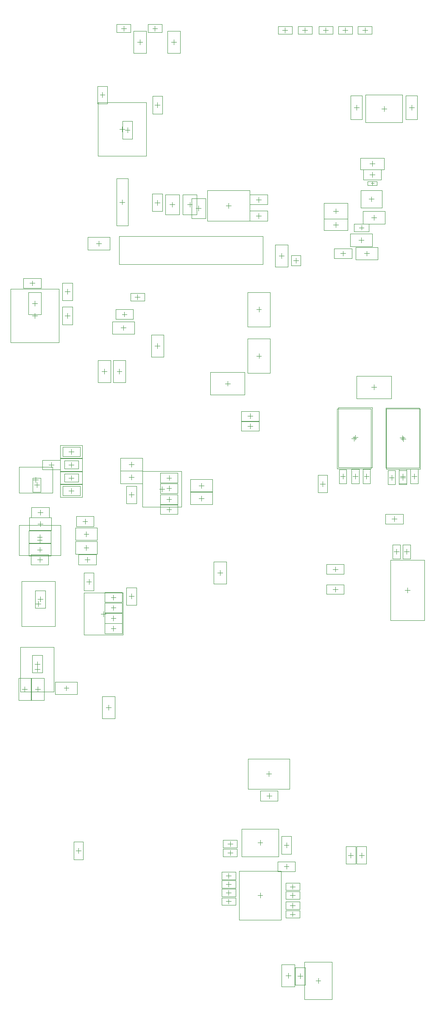
<source format=gbr>
G04 Layer_Color=32768*
%FSLAX26Y26*%
%MOIN*%
%TF.FileFunction,Other,Mechanical_15*%
%TF.Part,Single*%
G01*
G75*
%TA.AperFunction,NonConductor*%
%ADD72C,0.003937*%
%ADD139C,0.001968*%
D72*
X2804378Y2065748D02*
X2804378Y2105118D01*
X2784693Y2085433D02*
X2824063Y2085433D01*
X578740Y-1877953D02*
X618110Y-1877953D01*
X598425Y-1897638D02*
X598425Y-1858268D01*
X1038386Y-898425D02*
X1077756Y-898425D01*
X1058071Y-918110D02*
X1058071Y-878740D01*
X726378Y1352362D02*
X765748Y1352362D01*
X746063Y1332677D02*
X746063Y1372047D01*
X562996Y1007873D02*
X562996Y1047243D01*
X543310Y1027559D02*
X582680Y1027559D01*
X295278Y460629D02*
X334648Y460629D01*
X314964Y440945D02*
X314964Y480315D01*
X314960Y629919D02*
X314960Y669289D01*
X295276Y649605D02*
X334646Y649605D01*
X59058Y440353D02*
X59058Y479723D01*
X39372Y460039D02*
X78742Y460039D01*
X55118Y-866141D02*
X94488Y-866141D01*
X74804Y-885825D02*
X74804Y-846455D01*
X59056Y-2313779D02*
X98426Y-2313779D01*
X78740Y-2333465D02*
X78740Y-2294095D01*
X82678Y-1082677D02*
X122048Y-1082677D01*
X102362Y-1102363D02*
X102362Y-1062993D01*
X799212Y-1740157D02*
X838582Y-1740157D01*
X818896Y-1759843D02*
X818896Y-1720473D01*
X677166Y-1767715D02*
X677166Y-1728345D01*
X657482Y-1748031D02*
X696852Y-1748031D01*
X677166Y-1850393D02*
X677166Y-1811023D01*
X657482Y-1830709D02*
X696852Y-1830709D01*
X677166Y-2011811D02*
X677166Y-1972441D01*
X657480Y-1992125D02*
X696850Y-1992125D01*
X677166Y-1933069D02*
X677166Y-1893699D01*
X657482Y-1913383D02*
X696852Y-1913383D01*
X169292Y-708661D02*
X208662Y-708661D01*
X188976Y-728347D02*
X188976Y-688977D01*
X326774Y-913383D02*
X366144Y-913383D01*
X346458Y-933069D02*
X346458Y-893699D01*
X346456Y-830709D02*
X346456Y-791339D01*
X326772Y-811025D02*
X366142Y-811025D01*
X346456Y-728347D02*
X346456Y-688977D01*
X326770Y-708663D02*
X366140Y-708663D01*
X326774Y-606297D02*
X366144Y-606297D01*
X346458Y-625981D02*
X346458Y-586611D01*
X1094490Y-1059055D02*
X1133860Y-1059055D01*
X1114174Y-1078741D02*
X1114174Y-1039371D01*
X1094490Y-980313D02*
X1133860Y-980313D01*
X1114174Y-999997D02*
X1114174Y-960627D01*
X1094490Y-893699D02*
X1133860Y-893699D01*
X1114174Y-913385D02*
X1114174Y-874015D01*
X66930Y-846457D02*
X66930Y-807087D01*
X47244Y-826771D02*
X86614Y-826771D01*
X77756Y-1274409D02*
X117126Y-1274409D01*
X97440Y-1294095D02*
X97440Y-1254725D01*
X97438Y-1394097D02*
X97438Y-1354725D01*
X77754Y-1374411D02*
X117124Y-1374411D01*
X799214Y-805117D02*
X838584Y-805117D01*
X818898Y-824803D02*
X818898Y-785433D01*
X799214Y-706693D02*
X838584Y-706693D01*
X818898Y-726377D02*
X818898Y-687007D01*
X2406062Y1282433D02*
X2445432Y1282433D01*
X2425748Y1262747D02*
X2425748Y1302117D01*
X2405512Y1175195D02*
X2444882Y1175195D01*
X2425198Y1155511D02*
X2425198Y1194881D01*
X471852Y-1471845D02*
X471852Y-1432475D01*
X452166Y-1452161D02*
X491536Y-1452161D01*
X444290Y-1359641D02*
X483660Y-1359641D01*
X463976Y-1379327D02*
X463976Y-1339957D01*
X434450Y-1152949D02*
X473820Y-1152949D01*
X454134Y-1172635D02*
X454134Y-1133265D01*
X444292Y-1251375D02*
X483662Y-1251375D01*
X463976Y-1271061D02*
X463976Y-1231691D01*
X736220Y366141D02*
X775590Y366141D01*
X755904Y346455D02*
X755904Y385825D01*
X723746Y4749D02*
X723746Y44119D01*
X704062Y24433D02*
X743432Y24433D01*
X606300Y3935D02*
X606300Y43305D01*
X586616Y23621D02*
X625986Y23621D01*
X326772Y-811023D02*
X366142Y-811023D01*
X346456Y-830709D02*
X346456Y-791339D01*
X326772Y-913385D02*
X366142Y-913385D01*
X346456Y-933071D02*
X346456Y-893701D01*
X326772Y-708661D02*
X366142Y-708661D01*
X346456Y-728347D02*
X346456Y-688977D01*
X326772Y-606299D02*
X366142Y-606299D01*
X346456Y-625985D02*
X346456Y-586615D01*
X2549212Y-503937D02*
X2588582Y-503937D01*
X2568896Y-523621D02*
X2568896Y-484251D01*
X2935086Y-505119D02*
X2974458Y-505119D01*
X2954772Y-524803D02*
X2954772Y-485433D01*
X2844488Y-809055D02*
X2883858Y-809055D01*
X2864174Y-828739D02*
X2864174Y-789369D01*
X2933070Y-809055D02*
X2972440Y-809055D01*
X2952756Y-828741D02*
X2952756Y-789371D01*
X2461064Y-799567D02*
X2500434Y-799567D01*
X2480748Y-819251D02*
X2480748Y-779881D01*
X2559056Y-799213D02*
X2598426Y-799213D01*
X2578740Y-818899D02*
X2578740Y-779529D01*
X746064Y1903543D02*
X746064Y1942913D01*
X726380Y1923229D02*
X765750Y1923229D01*
X2568898Y2094487D02*
X2608268Y2094487D01*
X2588582Y2074803D02*
X2588582Y2114173D01*
X3021654Y2074803D02*
X3021654Y2114173D01*
X3001970Y2094487D02*
X3041340Y2094487D01*
X1257876Y1332679D02*
X1297246Y1332679D01*
X1277560Y1312993D02*
X1277560Y1352363D01*
X1139762Y1312993D02*
X1139762Y1352363D01*
X1120078Y1332677D02*
X1159448Y1332677D01*
X1001970Y1348423D02*
X1041340Y1348423D01*
X1021656Y1328739D02*
X1021656Y1368109D01*
X67128Y-1798819D02*
X106498Y-1798819D01*
X86812Y-1818505D02*
X86812Y-1779135D01*
X77756Y-1299411D02*
X117126Y-1299411D01*
X97442Y-1319095D02*
X97442Y-1279725D01*
X846326Y608362D02*
X885696Y608362D01*
X866012Y588678D02*
X866012Y628048D01*
X738190Y2714567D02*
X777560Y2714567D01*
X757874Y2694883D02*
X757874Y2734253D01*
X2006858Y2700785D02*
X2046228Y2700785D01*
X2026544Y2681101D02*
X2026544Y2720471D01*
X2326772Y2700787D02*
X2366142Y2700787D01*
X2346458Y2681101D02*
X2346458Y2720471D01*
X2163386Y2700785D02*
X2202756Y2700785D01*
X2183070Y2681101D02*
X2183070Y2720471D01*
X2480314Y2700785D02*
X2519684Y2700785D01*
X2500000Y2681101D02*
X2500000Y2720471D01*
X2635826Y2700785D02*
X2675196Y2700785D01*
X2655512Y2681101D02*
X2655512Y2720471D01*
X2970126Y-1691731D02*
X3009496Y-1691731D01*
X2989810Y-1711417D02*
X2989810Y-1672047D01*
X2930660Y-497245D02*
X2970030Y-497245D01*
X2950346Y-516929D02*
X2950346Y-477559D01*
X2559056Y-494095D02*
X2598426Y-494095D01*
X2578740Y-513779D02*
X2578740Y-474409D01*
X1979332Y931103D02*
X2018702Y931103D01*
X1999016Y911417D02*
X1999016Y950789D01*
X1801180Y509841D02*
X1840550Y509841D01*
X1820866Y490157D02*
X1820866Y529527D01*
X1801182Y145669D02*
X1840552Y145669D01*
X1820866Y125983D02*
X1820866Y165353D01*
X2726378Y-120079D02*
X2726378Y-80709D01*
X2706692Y-100395D02*
X2746062Y-100395D01*
X62992Y-2468503D02*
X102362Y-2468503D01*
X82678Y-2488189D02*
X82678Y-2448819D01*
X82678Y-1763781D02*
X122048Y-1763781D01*
X102364Y-1783465D02*
X102364Y-1744095D01*
X59056Y-2271655D02*
X98426Y-2271655D01*
X78740Y-2291339D02*
X78740Y-2251969D01*
X2706696Y1356297D02*
X2706696Y1395667D01*
X2687010Y1375983D02*
X2726380Y1375983D01*
X2883858Y-1389763D02*
X2923228Y-1389763D01*
X2903544Y-1409449D02*
X2903544Y-1370079D01*
X2962598Y-1389763D02*
X3001968Y-1389763D01*
X2982282Y-1409449D02*
X2982282Y-1370079D01*
X1131890Y2606297D02*
X1171260Y2606297D01*
X1151576Y2586611D02*
X1151576Y2625981D01*
X2647636Y-799213D02*
X2687006Y-799213D01*
X2667322Y-818897D02*
X2667322Y-779527D01*
X2559054Y-799211D02*
X2598424Y-799211D01*
X2578740Y-818897D02*
X2578740Y-779527D01*
X3021654Y-799213D02*
X3061024Y-799213D01*
X3041340Y-818897D02*
X3041340Y-779527D01*
X2933068Y-799213D02*
X2972438Y-799213D01*
X2952754Y-818899D02*
X2952754Y-779529D01*
X2677318Y1485653D02*
X2677318Y1513213D01*
X2748184Y1485653D02*
X2748184Y1513213D01*
X2677318Y1485653D02*
X2748184Y1485653D01*
X2677318Y1513213D02*
X2748184Y1513213D01*
X2700940Y1499433D02*
X2724562Y1499433D01*
X2712750Y1487623D02*
X2712750Y1511245D01*
X2482748Y929751D02*
X2482748Y969121D01*
X2463062Y949435D02*
X2502432Y949435D01*
X2711750Y1633747D02*
X2711750Y1673117D01*
X2692064Y1653431D02*
X2731436Y1653431D01*
X2712602Y1547243D02*
X2712602Y1586613D01*
X2692916Y1566927D02*
X2732288Y1566927D01*
X984254Y2714567D02*
X1023624Y2714567D01*
X1003938Y2694881D02*
X1003938Y2734251D01*
X1326774Y1303151D02*
X1366144Y1303151D01*
X1346458Y1283465D02*
X1346458Y1322835D01*
X1818898Y1224409D02*
X1818898Y1263779D01*
X1799212Y1244095D02*
X1838582Y1244095D01*
X1818898Y1352361D02*
X1818898Y1391731D01*
X1799214Y1372047D02*
X1838584Y1372047D01*
X1562992Y1322835D02*
X1602362Y1322835D01*
X1582678Y1303149D02*
X1582678Y1342519D01*
X1574804Y-90551D02*
X1574804Y-51181D01*
X1555120Y-70867D02*
X1594490Y-70867D01*
X819746Y-963251D02*
X819746Y-923881D01*
X800062Y-943567D02*
X839432Y-943567D01*
X82678Y-1173227D02*
X122048Y-1173227D01*
X102362Y-1192913D02*
X102362Y-1153543D01*
X78740Y-1452753D02*
X118110Y-1452753D01*
X98424Y-1472439D02*
X98424Y-1433069D01*
X1368704Y-990945D02*
X1368704Y-951575D01*
X1349018Y-971259D02*
X1388388Y-971259D01*
X1368700Y-890945D02*
X1368700Y-851575D01*
X1349016Y-871261D02*
X1388386Y-871261D01*
X39370Y558465D02*
X78740Y558465D01*
X59056Y538779D02*
X59056Y578149D01*
X19684Y715945D02*
X59054Y715945D01*
X39370Y696259D02*
X39370Y735629D01*
X767714Y1917321D02*
X807084Y1917321D01*
X787400Y1897635D02*
X787400Y1937005D01*
X1023624Y2094487D02*
X1023624Y2133857D01*
X1003938Y2114173D02*
X1043308Y2114173D01*
X307088Y-2480315D02*
X307088Y-2440945D01*
X287402Y-2460629D02*
X326772Y-2460629D01*
X1811024Y-3673229D02*
X1850394Y-3673229D01*
X1830708Y-3692913D02*
X1830708Y-3653543D01*
X2066928Y-4086615D02*
X2106298Y-4086615D01*
X2086614Y-4106301D02*
X2086614Y-4066931D01*
X2066930Y-4234251D02*
X2106300Y-4234251D01*
X2086614Y-4253935D02*
X2086614Y-4214565D01*
X2066928Y-4165355D02*
X2106298Y-4165355D01*
X2086614Y-4185039D02*
X2086614Y-4145669D01*
X2066930Y-4017719D02*
X2106300Y-4017719D01*
X2086614Y-4037403D02*
X2086614Y-3998033D01*
X1562992Y-4133859D02*
X1602362Y-4133859D01*
X1582678Y-4153545D02*
X1582678Y-4114175D01*
X1562992Y-4066927D02*
X1602362Y-4066927D01*
X1582676Y-4086613D02*
X1582676Y-4047243D01*
X1562992Y-3999999D02*
X1602362Y-3999999D01*
X1582678Y-4019685D02*
X1582678Y-3980315D01*
X1562994Y-3933069D02*
X1602364Y-3933069D01*
X1582678Y-3952753D02*
X1582678Y-3913383D01*
X1574804Y-3751969D02*
X1614174Y-3751969D01*
X1594488Y-3771653D02*
X1594488Y-3732283D01*
X1574802Y-3683071D02*
X1614172Y-3683071D01*
X1594488Y-3702755D02*
X1594488Y-3663385D01*
X2037402Y-3712597D02*
X2037402Y-3673227D01*
X2017718Y-3692911D02*
X2057088Y-3692911D01*
X2017716Y-3860237D02*
X2057086Y-3860237D01*
X2037400Y-3879921D02*
X2037400Y-3840551D01*
X1879920Y-3132873D02*
X1919290Y-3132873D01*
X1899604Y-3152559D02*
X1899604Y-3113189D01*
X1881890Y-3306103D02*
X1921260Y-3306103D01*
X1901574Y-3325789D02*
X1901574Y-3286419D01*
X1496064Y-1557085D02*
X1535434Y-1557085D01*
X1515750Y-1576771D02*
X1515750Y-1537401D01*
X620062Y-2612565D02*
X659432Y-2612565D01*
X639746Y-2632251D02*
X639746Y-2592881D01*
X885828Y2586613D02*
X885828Y2625985D01*
X866142Y2606299D02*
X905512Y2606299D01*
X-39368Y-2468505D02*
X2Y-2468505D01*
X-19684Y-2488191D02*
X-19684Y-2448821D01*
X2031496Y-4716535D02*
X2070866Y-4716535D01*
X2051182Y-4736221D02*
X2051182Y-4696851D01*
X2125986Y-4720471D02*
X2165356Y-4720471D01*
X2145670Y-4740157D02*
X2145670Y-4700787D01*
X1732284Y-405511D02*
X1771654Y-405511D01*
X1751968Y-425195D02*
X1751968Y-385825D01*
X1732284Y-326773D02*
X1771654Y-326773D01*
X1751970Y-346459D02*
X1751970Y-307089D01*
X2322836Y-877953D02*
X2322836Y-838583D01*
X2303150Y-858269D02*
X2342520Y-858269D01*
X2401572Y-1527559D02*
X2440942Y-1527559D01*
X2421256Y-1547243D02*
X2421256Y-1507873D01*
X2401576Y-1685039D02*
X2440946Y-1685039D01*
X2421262Y-1704723D02*
X2421262Y-1665353D01*
X2866140Y-1133859D02*
X2905510Y-1133859D01*
X2885824Y-1153543D02*
X2885824Y-1114173D01*
X590548Y2173229D02*
X590548Y2212599D01*
X570864Y2192913D02*
X610234Y2192913D01*
X2093504Y894843D02*
X2132874Y894843D01*
X2113190Y875157D02*
X2113190Y914527D01*
X464568Y-1625985D02*
X503938Y-1625985D01*
X484252Y-1645671D02*
X484252Y-1606301D01*
X401576Y-3755907D02*
X401576Y-3716537D01*
X381892Y-3736223D02*
X421262Y-3736223D01*
X2668748Y929749D02*
X2668748Y969119D01*
X2649064Y949433D02*
X2688434Y949433D01*
X2625750Y1034747D02*
X2625750Y1074117D01*
X2606064Y1054431D02*
X2645434Y1054431D01*
X2724408Y1210629D02*
X2724408Y1249999D01*
X2704724Y1230315D02*
X2744094Y1230315D01*
X744094Y472441D02*
X783464Y472441D01*
X763780Y452757D02*
X763780Y492127D01*
X1023622Y204723D02*
X1023622Y244093D01*
X1003936Y224409D02*
X1043306Y224409D01*
X1830708Y-4106299D02*
X1830708Y-4066929D01*
X1811024Y-4086615D02*
X1850394Y-4086615D01*
X2287402Y-4775589D02*
X2287402Y-4736219D01*
X2267716Y-4755905D02*
X2307086Y-4755905D01*
X2608266Y-3771651D02*
X2647636Y-3771651D01*
X2627952Y-3791337D02*
X2627952Y-3751967D01*
X2543306Y-3791337D02*
X2543306Y-3751967D01*
X2523622Y-3771653D02*
X2562992Y-3771653D01*
X1094490Y-811023D02*
X1133860Y-811023D01*
X1114176Y-830709D02*
X1114176Y-791339D01*
D139*
X2658709Y1977165D02*
X2950047Y1977165D01*
X2658709Y2193701D02*
X2950047Y2193701D01*
X2950047Y1977165D02*
X2950047Y2193701D01*
X2658709Y1977165D02*
X2658709Y2193701D01*
X444882Y-2043307D02*
X444882Y-1712599D01*
X751968Y-2043307D02*
X751968Y-1712599D01*
X444882Y-1712599D02*
X751968Y-1712599D01*
X444882Y-2043307D02*
X751968Y-2043307D01*
X904528Y-1038189D02*
X904528Y-758661D01*
X1211614Y-1038189D02*
X1211614Y-758661D01*
X904528Y-758661D02*
X1211614Y-758661D01*
X904528Y-1038189D02*
X1211614Y-1038189D01*
X701220Y1166339D02*
X701220Y1538386D01*
X790905Y1166339D02*
X790905Y1538386D01*
X701220Y1166339D02*
X790905Y1166339D01*
X701220Y1538386D02*
X790905Y1538386D01*
X476382Y1076771D02*
X649610Y1076771D01*
X476382Y978345D02*
X649610Y978345D01*
X649610Y1076771D01*
X476382Y978345D02*
X476382Y1076771D01*
X354334Y391731D02*
X354334Y529527D01*
X275594Y391731D02*
X275594Y529527D01*
X275594Y391731D02*
X354334Y391731D01*
X275594Y529527D02*
X354334Y529527D01*
X275590Y580707D02*
X354330Y580707D01*
X275590Y718503D02*
X354330Y718503D01*
X354330Y580707D02*
X354330Y718503D01*
X275590Y580707D02*
X275590Y718503D01*
X-131888Y249409D02*
X250002Y249409D01*
X-131888Y670669D02*
X250002Y670669D01*
X250002Y249409D02*
X250002Y670669D01*
X-131888Y249409D02*
X-131888Y670669D01*
X43308Y-921259D02*
X43308Y-811023D01*
X106300Y-921259D02*
X106300Y-811023D01*
X43308Y-811023D02*
X106300Y-811023D01*
X43308Y-921259D02*
X106300Y-921259D01*
X-53150Y-2489961D02*
X-53150Y-2137599D01*
X210630Y-2489961D02*
X210630Y-2137599D01*
X-53150Y-2137599D02*
X210630Y-2137599D01*
X-53150Y-2489961D02*
X210630Y-2489961D01*
X33464Y-1122049D02*
X33464Y-1043307D01*
X171260Y-1122049D02*
X171260Y-1043307D01*
X33464Y-1122049D02*
X171260Y-1122049D01*
X33464Y-1043307D02*
X171260Y-1043307D01*
X858266Y-1809055D02*
X858266Y-1671261D01*
X779526Y-1809055D02*
X779526Y-1671261D01*
X858266Y-1671261D01*
X779526Y-1809055D02*
X858266Y-1809055D01*
X608270Y-1787401D02*
X746064Y-1787401D01*
X608270Y-1708661D02*
X746064Y-1708661D01*
X608270Y-1787401D02*
X608270Y-1708661D01*
X746064Y-1787401D02*
X746064Y-1708661D01*
X608270Y-1870079D02*
X746064Y-1870079D01*
X608270Y-1791339D02*
X746064Y-1791339D01*
X608270Y-1870079D02*
X608270Y-1791339D01*
X746064Y-1870079D02*
X746064Y-1791339D01*
X608268Y-2031495D02*
X746064Y-2031495D01*
X608268Y-1952755D02*
X746064Y-1952755D01*
X608268Y-2031495D02*
X608268Y-1952755D01*
X746064Y-2031495D02*
X746064Y-1952755D01*
X608270Y-1952753D02*
X746064Y-1952753D01*
X608270Y-1874013D02*
X746064Y-1874013D01*
X608270Y-1952753D02*
X608270Y-1874013D01*
X746064Y-1952753D02*
X746064Y-1874013D01*
X120080Y-746063D02*
X120080Y-671259D01*
X257874Y-746063D02*
X257874Y-671259D01*
X120080Y-746063D02*
X257874Y-746063D01*
X120080Y-671259D02*
X257874Y-671259D01*
X277560Y-950785D02*
X277560Y-875981D01*
X415356Y-950785D02*
X415356Y-875981D01*
X277560Y-950785D02*
X415356Y-950785D01*
X277560Y-875981D02*
X415356Y-875981D01*
X291338Y-842521D02*
X401574Y-842521D01*
X291338Y-779529D02*
X401574Y-779529D01*
X291338Y-842521D02*
X291338Y-779529D01*
X401574Y-842521D02*
X401574Y-779529D01*
X291338Y-740159D02*
X401574Y-740159D01*
X291338Y-677167D02*
X401574Y-677167D01*
X291338Y-740159D02*
X291338Y-677167D01*
X401574Y-740159D02*
X401574Y-677167D01*
X277560Y-643699D02*
X277560Y-568895D01*
X415356Y-643699D02*
X415356Y-568895D01*
X277560Y-643699D02*
X415356Y-643699D01*
X277560Y-568895D02*
X415356Y-568895D01*
X1045276Y-1096457D02*
X1045276Y-1021653D01*
X1183072Y-1096457D02*
X1183072Y-1021653D01*
X1045276Y-1096457D02*
X1183072Y-1096457D01*
X1045276Y-1021653D02*
X1183072Y-1021653D01*
X1183072Y-1017715D02*
X1183072Y-942911D01*
X1045276Y-1017715D02*
X1045276Y-942911D01*
X1183072Y-942911D01*
X1045276Y-1017715D02*
X1183072Y-1017715D01*
X1045276Y-933071D02*
X1045276Y-854329D01*
X1183072Y-933071D02*
X1183072Y-854329D01*
X1045276Y-933071D02*
X1183072Y-933071D01*
X1045276Y-854329D02*
X1183072Y-854329D01*
X-64960Y-724409D02*
X198820Y-724409D01*
X-64960Y-929133D02*
X198820Y-929133D01*
X-64960Y-929133D02*
X-64960Y-724409D01*
X198820Y-929133D02*
X198820Y-724409D01*
X184054Y-1323621D02*
X184054Y-1225197D01*
X10826Y-1323621D02*
X10826Y-1225197D01*
X184054Y-1225197D01*
X10826Y-1323621D02*
X184054Y-1323621D01*
X10824Y-1423623D02*
X184052Y-1423623D01*
X10824Y-1325199D02*
X184052Y-1325199D01*
X10824Y-1423623D02*
X10824Y-1325199D01*
X184052Y-1423623D02*
X184052Y-1325199D01*
X732284Y-854331D02*
X732284Y-755905D01*
X905512Y-854331D02*
X905512Y-755905D01*
X732284Y-854331D02*
X905512Y-854331D01*
X732284Y-755905D02*
X905512Y-755905D01*
X732284Y-755905D02*
X732284Y-657479D01*
X905512Y-755905D02*
X905512Y-657479D01*
X732284Y-755905D02*
X905512Y-755905D01*
X732284Y-657479D02*
X905512Y-657479D01*
X2333228Y1219441D02*
X2333228Y1345425D01*
X2518268Y1219441D02*
X2518268Y1345425D01*
X2333228Y1219441D02*
X2518268Y1219441D01*
X2333228Y1345425D02*
X2518268Y1345425D01*
X2332678Y1129921D02*
X2332678Y1220471D01*
X2517718Y1129921D02*
X2517718Y1220471D01*
X2332678Y1129921D02*
X2517718Y1129921D01*
X2332678Y1220471D02*
X2517718Y1220471D01*
X402954Y-1491531D02*
X540748Y-1491531D01*
X402954Y-1412791D02*
X540748Y-1412791D01*
X402954Y-1491531D02*
X402954Y-1412791D01*
X540748Y-1491531D02*
X540748Y-1412791D01*
X550590Y-1408853D02*
X550590Y-1310429D01*
X377362Y-1408853D02*
X377362Y-1310429D01*
X550590Y-1310429D01*
X377362Y-1408853D02*
X550590Y-1408853D01*
X385236Y-1192321D02*
X385236Y-1113579D01*
X523032Y-1192321D02*
X523032Y-1113579D01*
X385236Y-1192321D02*
X523032Y-1192321D01*
X385236Y-1113579D02*
X523032Y-1113579D01*
X550590Y-1300587D02*
X550590Y-1202163D01*
X377362Y-1300587D02*
X377362Y-1202163D01*
X550590Y-1202163D01*
X377362Y-1300587D02*
X550590Y-1300587D01*
X842518Y316927D02*
X842518Y415353D01*
X669290Y316927D02*
X669290Y415353D01*
X669290Y316927D02*
X842518Y316927D01*
X669290Y415353D02*
X842518Y415353D01*
X674534Y111047D02*
X772960Y111047D01*
X674534Y-62181D02*
X772960Y-62181D01*
X772960Y111047D01*
X674534Y-62181D02*
X674534Y111047D01*
X557088Y110235D02*
X655514Y110235D01*
X557088Y-62993D02*
X655514Y-62993D01*
X655514Y110235D01*
X557088Y-62993D02*
X557088Y110235D01*
X259842Y-860235D02*
X259842Y-761811D01*
X433070Y-860235D02*
X433070Y-761811D01*
X259842Y-761811D02*
X433070Y-761811D01*
X259842Y-860235D02*
X433070Y-860235D01*
X259842Y-962599D02*
X259842Y-864173D01*
X433070Y-962599D02*
X433070Y-864173D01*
X259842Y-864173D02*
X433070Y-864173D01*
X259842Y-962599D02*
X433070Y-962599D01*
X259842Y-757873D02*
X259842Y-659449D01*
X433070Y-757873D02*
X433070Y-659449D01*
X259842Y-659449D02*
X433070Y-659449D01*
X259842Y-757873D02*
X433070Y-757873D01*
X259842Y-655513D02*
X259842Y-557087D01*
X433070Y-655513D02*
X433070Y-557087D01*
X259842Y-557087D02*
X433070Y-557087D01*
X259842Y-655513D02*
X433070Y-655513D01*
X2701574Y-740157D02*
X2701574Y-268111D01*
X2436220Y-740157D02*
X2436220Y-268111D01*
X2436220Y-267717D02*
X2701574Y-267717D01*
X2436220Y-740157D02*
X2701574Y-740157D01*
X3087450Y-741339D02*
X3087450Y-269291D01*
X2822094Y-741339D02*
X2822094Y-269291D01*
X2822094Y-268897D02*
X3087450Y-268897D01*
X2822094Y-741339D02*
X3087450Y-741339D01*
X2893702Y-864173D02*
X2893702Y-753937D01*
X2834646Y-864173D02*
X2834646Y-753937D01*
X2893702Y-753937D01*
X2834646Y-864173D02*
X2893702Y-864173D01*
X2982282Y-864173D02*
X2982282Y-753937D01*
X2923228Y-864173D02*
X2923228Y-753937D01*
X2982282Y-753937D01*
X2923228Y-864173D02*
X2982282Y-864173D01*
X2510276Y-854685D02*
X2510276Y-744449D01*
X2451222Y-854685D02*
X2451222Y-744449D01*
X2510276Y-744449D01*
X2451222Y-854685D02*
X2510276Y-854685D01*
X2608268Y-854331D02*
X2608268Y-744095D01*
X2549212Y-854331D02*
X2549212Y-744095D01*
X2608268Y-744095D01*
X2549212Y-854331D02*
X2608268Y-854331D01*
X555120Y1712599D02*
X937010Y1712599D01*
X555120Y2133859D02*
X937010Y2133859D01*
X937010Y1712599D02*
X937010Y2133859D01*
X555120Y1712599D02*
X555120Y2133859D01*
X2633858Y2001969D02*
X2633858Y2187007D01*
X2543306Y2001969D02*
X2543306Y2187007D01*
X2633858Y2187007D01*
X2543306Y2001969D02*
X2633858Y2001969D01*
X2976380Y2001967D02*
X3066930Y2001967D01*
X2976380Y2187007D02*
X3066930Y2187007D01*
X2976380Y2001967D02*
X2976380Y2187007D01*
X3066930Y2001967D02*
X3066930Y2187007D01*
X1332678Y1253939D02*
X1332678Y1411419D01*
X1222442Y1253939D02*
X1222442Y1411419D01*
X1332678Y1411419D01*
X1222442Y1253939D02*
X1332678Y1253939D01*
X1084644Y1253937D02*
X1194880Y1253937D01*
X1084644Y1411417D02*
X1194880Y1411417D01*
X1084644Y1253937D02*
X1084644Y1411417D01*
X1194880Y1253937D02*
X1194880Y1411417D01*
X1061026Y1279525D02*
X1061026Y1417321D01*
X982286Y1279525D02*
X982286Y1417321D01*
X1061026Y1417321D01*
X982286Y1279525D02*
X1061026Y1279525D01*
X218702Y-1975001D02*
X218702Y-1622639D01*
X-45078Y-1975001D02*
X-45078Y-1622639D01*
X-45078Y-1975001D02*
X218702Y-1975001D01*
X-45078Y-1622639D02*
X218702Y-1622639D01*
X-65944Y-1417521D02*
X-65944Y-1181299D01*
X260828Y-1417521D02*
X260828Y-1181299D01*
X-65944Y-1181299D02*
X260828Y-1181299D01*
X-65944Y-1417521D02*
X260828Y-1417521D01*
X921130Y578834D02*
X921130Y637890D01*
X810894Y578834D02*
X810894Y637890D01*
X810894Y578834D02*
X921130Y578834D01*
X810894Y637890D02*
X921130Y637890D01*
X702756Y2683071D02*
X702756Y2746065D01*
X812994Y2683071D02*
X812994Y2746065D01*
X702756Y2683071D02*
X812994Y2683071D01*
X702756Y2746065D02*
X812994Y2746065D01*
X1971424Y2669289D02*
X1971424Y2732283D01*
X2081662Y2669289D02*
X2081662Y2732283D01*
X1971424Y2669289D02*
X2081662Y2669289D01*
X1971424Y2732283D02*
X2081662Y2732283D01*
X2291340Y2669289D02*
X2291340Y2732283D01*
X2401576Y2669289D02*
X2401576Y2732283D01*
X2291340Y2669289D02*
X2401576Y2669289D01*
X2291340Y2732283D02*
X2401576Y2732283D01*
X2127952Y2669289D02*
X2127952Y2732283D01*
X2238188Y2669289D02*
X2238188Y2732283D01*
X2127952Y2669289D02*
X2238188Y2669289D01*
X2127952Y2732283D02*
X2238188Y2732283D01*
X2444882Y2669289D02*
X2444882Y2732283D01*
X2555118Y2669289D02*
X2555118Y2732283D01*
X2444882Y2669289D02*
X2555118Y2669289D01*
X2444882Y2732283D02*
X2555118Y2732283D01*
X2600394Y2669289D02*
X2600394Y2732283D01*
X2710630Y2669289D02*
X2710630Y2732283D01*
X2600394Y2669289D02*
X2710630Y2669289D01*
X2600394Y2732283D02*
X2710630Y2732283D01*
X3122488Y-1927557D02*
X3122488Y-1455511D01*
X2857134Y-1927557D02*
X2857134Y-1455511D01*
X2857134Y-1927951D02*
X3122488Y-1927951D01*
X2857134Y-1455511D02*
X3122488Y-1455511D01*
X2817668Y-733465D02*
X2817668Y-261419D01*
X3083022Y-733465D02*
X3083022Y-261419D01*
X2817668Y-261025D02*
X3083022Y-261025D01*
X2817668Y-733465D02*
X3083022Y-733465D01*
X2446064Y-730315D02*
X2446064Y-258267D01*
X2711418Y-730315D02*
X2711418Y-258267D01*
X2446064Y-257873D02*
X2711418Y-257873D01*
X2446064Y-730315D02*
X2711418Y-730315D01*
X2048228Y844489D02*
X2048228Y1017717D01*
X1949804Y844489D02*
X1949804Y1017717D01*
X1949804Y844489D02*
X2048228Y844489D01*
X1949804Y1017717D02*
X2048228Y1017717D01*
X1909448Y374015D02*
X1909448Y645669D01*
X1732282Y374015D02*
X1732282Y645669D01*
X1732282Y374015D02*
X1909448Y374015D01*
X1732282Y645669D02*
X1909448Y645669D01*
X1732284Y9841D02*
X1732284Y281495D01*
X1909448Y9841D02*
X1909448Y281495D01*
X1732284Y281495D02*
X1909448Y281495D01*
X1732284Y9841D02*
X1909448Y9841D01*
X2590550Y-11811D02*
X2862204Y-11811D01*
X2590550Y-188977D02*
X2862204Y-188977D01*
X2862204Y-11811D01*
X2590550Y-188977D02*
X2590550Y-11811D01*
X131890Y-2555117D02*
X131890Y-2381889D01*
X33466Y-2555117D02*
X33466Y-2381889D01*
X33466Y-2555117D02*
X131890Y-2555117D01*
X33466Y-2381889D02*
X131890Y-2381889D01*
X141734Y-1832677D02*
X141734Y-1694883D01*
X62994Y-1832677D02*
X62994Y-1694883D01*
X62994Y-1832677D02*
X141734Y-1832677D01*
X62994Y-1694883D02*
X141734Y-1694883D01*
X118110Y-2340551D02*
X118110Y-2202757D01*
X39370Y-2340551D02*
X39370Y-2202757D01*
X39370Y-2340551D02*
X118110Y-2340551D01*
X39370Y-2202757D02*
X118110Y-2202757D01*
X2624018Y1309053D02*
X2789372Y1309053D01*
X2624018Y1442911D02*
X2789372Y1442911D01*
X2624018Y1309053D02*
X2624018Y1442911D01*
X2789372Y1309053D02*
X2789372Y1442911D01*
X2933072Y-1444881D02*
X2933072Y-1334645D01*
X2874016Y-1444881D02*
X2874016Y-1334645D01*
X2874016Y-1444881D02*
X2933072Y-1444881D01*
X2874016Y-1334645D02*
X2933072Y-1334645D01*
X3011810Y-1444881D02*
X3011810Y-1334645D01*
X2952756Y-1444881D02*
X2952756Y-1334645D01*
X2952756Y-1444881D02*
X3011810Y-1444881D01*
X2952756Y-1334645D02*
X3011810Y-1334645D01*
X1102362Y2519683D02*
X1102362Y2692911D01*
X1200788Y2519683D02*
X1200788Y2692911D01*
X1102362Y2692911D02*
X1200788Y2692911D01*
X1102362Y2519683D02*
X1200788Y2519683D01*
X2637794Y-854331D02*
X2637794Y-744095D01*
X2696848Y-854331D02*
X2696848Y-744095D01*
X2637794Y-744095D02*
X2696848Y-744095D01*
X2637794Y-854331D02*
X2696848Y-854331D01*
X2608268Y-854329D02*
X2608268Y-744093D01*
X2549212Y-854329D02*
X2549212Y-744093D01*
X2549212Y-854329D02*
X2608268Y-854329D01*
X2549212Y-744093D02*
X2608268Y-744093D01*
X3011812Y-854331D02*
X3011812Y-744095D01*
X3070866Y-854331D02*
X3070866Y-744095D01*
X3011812Y-744095D02*
X3070866Y-744095D01*
X3011812Y-854331D02*
X3070866Y-854331D01*
X2982282Y-854331D02*
X2982282Y-744095D01*
X2923226Y-854331D02*
X2923226Y-744095D01*
X2923226Y-854331D02*
X2982282Y-854331D01*
X2923226Y-744095D02*
X2982282Y-744095D01*
X2413850Y988805D02*
X2551646Y988805D01*
X2413850Y910065D02*
X2551646Y910065D01*
X2551646Y988805D01*
X2413850Y910065D02*
X2413850Y988805D01*
X2619230Y1608157D02*
X2804270Y1608157D01*
X2619230Y1698707D02*
X2804270Y1698707D01*
X2619230Y1608157D02*
X2619230Y1698707D01*
X2804270Y1608157D02*
X2804270Y1698707D01*
X2643704Y1527557D02*
X2781500Y1527557D01*
X2643704Y1606299D02*
X2781500Y1606299D01*
X2643704Y1527557D02*
X2643704Y1606299D01*
X2781500Y1527557D02*
X2781500Y1606299D01*
X2627950Y1132873D02*
X2627950Y1170275D01*
X2609248Y1151573D02*
X2646650Y1151573D01*
X2568894Y1122045D02*
X2687004Y1122045D01*
X2568894Y1181101D02*
X2687004Y1181101D01*
X2568894Y1122045D02*
X2568894Y1181101D01*
X2687004Y1122045D02*
X2687004Y1181101D01*
X948820Y2683069D02*
X948820Y2746063D01*
X1059056Y2683069D02*
X1059056Y2746063D01*
X948820Y2683069D02*
X1059056Y2683069D01*
X948820Y2746063D02*
X1059056Y2746063D01*
X1401576Y1224409D02*
X1401576Y1381891D01*
X1291340Y1224409D02*
X1291340Y1381891D01*
X1291340Y1224409D02*
X1401576Y1224409D01*
X1291340Y1381891D02*
X1401576Y1381891D01*
X1750000Y1204725D02*
X1887796Y1204725D01*
X1750000Y1283465D02*
X1887796Y1283465D01*
X1750000Y1204725D02*
X1750000Y1283465D01*
X1887796Y1204725D02*
X1887796Y1283465D01*
X1750000Y1332677D02*
X1887796Y1332677D01*
X1750000Y1411417D02*
X1887796Y1411417D01*
X1750000Y1332677D02*
X1750000Y1411417D01*
X1887796Y1332677D02*
X1887796Y1411417D01*
X1748032Y1202757D02*
X1748032Y1442913D01*
X1417324Y1202757D02*
X1417324Y1442913D01*
X1748032Y1442913D01*
X1417324Y1202757D02*
X1748032Y1202757D01*
X1438978Y17717D02*
X1710632Y17717D01*
X1438978Y-159449D02*
X1710632Y-159449D01*
X1710632Y17717D01*
X1438978Y-159449D02*
X1438978Y17717D01*
X780376Y-874669D02*
X859116Y-874669D01*
X780376Y-1012463D02*
X859116Y-1012463D01*
X859116Y-874669D01*
X780376Y-1012463D02*
X780376Y-874669D01*
X188976Y-1222439D02*
X188976Y-1124015D01*
X15748Y-1222439D02*
X15748Y-1124015D01*
X188976Y-1124015D01*
X15748Y-1222439D02*
X188976Y-1222439D01*
X167322Y-1492125D02*
X167322Y-1413383D01*
X29526Y-1492125D02*
X29526Y-1413383D01*
X29526Y-1492125D02*
X167322Y-1492125D01*
X29526Y-1413383D02*
X167322Y-1413383D01*
X1282088Y-1020473D02*
X1455318Y-1020473D01*
X1282088Y-922047D02*
X1455318Y-922047D01*
X1455318Y-1020473D02*
X1455318Y-922047D01*
X1282088Y-1020473D02*
X1282088Y-922047D01*
X1282086Y-920473D02*
X1455314Y-920473D01*
X1282086Y-822047D02*
X1455314Y-822047D01*
X1455314Y-920473D02*
X1455314Y-822047D01*
X1282086Y-920473D02*
X1282086Y-822047D01*
X108268Y471849D02*
X108268Y645079D01*
X9844Y471849D02*
X9844Y645079D01*
X9844Y471849D02*
X108268Y471849D01*
X9844Y645079D02*
X108268Y645079D01*
X-29528Y676573D02*
X-29528Y755315D01*
X108268Y676573D02*
X108268Y755315D01*
X-29528Y676573D02*
X108268Y676573D01*
X-29528Y755315D02*
X108268Y755315D01*
X826770Y1848423D02*
X826770Y1986219D01*
X748030Y1848423D02*
X748030Y1986219D01*
X748030Y1848423D02*
X826770Y1848423D01*
X748030Y1986219D02*
X826770Y1986219D01*
X984254Y2045275D02*
X1062994Y2045275D01*
X984254Y2183071D02*
X1062994Y2183071D01*
X984254Y2045275D02*
X984254Y2183071D01*
X1062994Y2045275D02*
X1062994Y2183071D01*
X220474Y-2411417D02*
X393702Y-2411417D01*
X220474Y-2509841D02*
X393702Y-2509841D01*
X220474Y-2509841D02*
X220474Y-2411417D01*
X393702Y-2509841D02*
X393702Y-2411417D01*
X1976378Y-3781495D02*
X1976378Y-3564961D01*
X1685040Y-3781495D02*
X1685040Y-3564961D01*
X1976378Y-3564961D01*
X1685040Y-3781495D02*
X1976378Y-3781495D01*
X2141732Y-4116143D02*
X2141732Y-4057087D01*
X2031496Y-4116143D02*
X2031496Y-4057087D01*
X2141732Y-4057087D01*
X2031496Y-4116143D02*
X2141732Y-4116143D01*
X2031496Y-4263779D02*
X2031496Y-4204723D01*
X2141732Y-4263779D02*
X2141732Y-4204723D01*
X2031496Y-4263779D02*
X2141732Y-4263779D01*
X2031496Y-4204723D02*
X2141732Y-4204723D01*
X2141732Y-4194883D02*
X2141732Y-4135827D01*
X2031496Y-4194883D02*
X2031496Y-4135827D01*
X2141732Y-4135827D01*
X2031496Y-4194883D02*
X2141732Y-4194883D01*
X2031496Y-4047247D02*
X2031496Y-3988191D01*
X2141732Y-4047247D02*
X2141732Y-3988191D01*
X2031496Y-4047247D02*
X2141732Y-4047247D01*
X2031496Y-3988191D02*
X2141732Y-3988191D01*
X1637796Y-4163387D02*
X1637796Y-4104331D01*
X1527560Y-4163387D02*
X1527560Y-4104331D01*
X1637796Y-4104331D01*
X1527560Y-4163387D02*
X1637796Y-4163387D01*
X1527558Y-4096455D02*
X1527558Y-4037399D01*
X1637794Y-4096455D02*
X1637794Y-4037399D01*
X1527558Y-4096455D02*
X1637794Y-4096455D01*
X1527558Y-4037399D02*
X1637794Y-4037399D01*
X1637796Y-4029527D02*
X1637796Y-3970471D01*
X1527560Y-4029527D02*
X1527560Y-3970471D01*
X1637796Y-3970471D01*
X1527560Y-4029527D02*
X1637796Y-4029527D01*
X1527560Y-3962597D02*
X1527560Y-3903541D01*
X1637796Y-3962597D02*
X1637796Y-3903541D01*
X1527560Y-3962597D02*
X1637796Y-3962597D01*
X1527560Y-3903541D02*
X1637796Y-3903541D01*
X1539370Y-3781497D02*
X1539370Y-3722441D01*
X1649606Y-3781497D02*
X1649606Y-3722441D01*
X1539370Y-3781497D02*
X1649606Y-3781497D01*
X1539370Y-3722441D02*
X1649606Y-3722441D01*
X1649606Y-3712599D02*
X1649606Y-3653543D01*
X1539370Y-3712599D02*
X1539370Y-3653543D01*
X1649606Y-3653543D01*
X1539370Y-3712599D02*
X1649606Y-3712599D01*
X1998032Y-3624013D02*
X2076772Y-3624013D01*
X1998032Y-3761809D02*
X2076772Y-3761809D01*
X1998032Y-3761809D02*
X1998032Y-3624013D01*
X2076772Y-3761809D02*
X2076772Y-3624013D01*
X1968502Y-3899607D02*
X1968502Y-3820867D01*
X2106298Y-3899607D02*
X2106298Y-3820867D01*
X1968502Y-3899607D02*
X2106298Y-3899607D01*
X1968502Y-3820867D02*
X2106298Y-3820867D01*
X2062990Y-3250983D02*
X2062990Y-3014763D01*
X1736218Y-3250983D02*
X1736218Y-3014763D01*
X2062990Y-3014763D01*
X1736218Y-3250983D02*
X2062990Y-3250983D01*
X1832676Y-3345475D02*
X1832676Y-3266733D01*
X1970472Y-3345475D02*
X1970472Y-3266733D01*
X1832676Y-3345475D02*
X1970472Y-3345475D01*
X1832676Y-3266733D02*
X1970472Y-3266733D01*
X1466538Y-1643701D02*
X1466538Y-1470471D01*
X1564962Y-1643701D02*
X1564962Y-1470471D01*
X1466538Y-1643701D02*
X1564962Y-1643701D01*
X1466538Y-1470471D02*
X1564962Y-1470471D01*
X688958Y-2699179D02*
X688958Y-2525951D01*
X590534Y-2699179D02*
X590534Y-2525951D01*
X688958Y-2525951D01*
X590534Y-2699179D02*
X688958Y-2699179D01*
X836614Y2519685D02*
X935040Y2519685D01*
X836614Y2692913D02*
X935040Y2692913D01*
X935040Y2519685D02*
X935040Y2692913D01*
X836614Y2519685D02*
X836614Y2692913D01*
X-68896Y-2555119D02*
X-68896Y-2381891D01*
X29528Y-2555119D02*
X29528Y-2381891D01*
X-68896Y-2381891D02*
X29528Y-2381891D01*
X-68896Y-2555119D02*
X29528Y-2555119D01*
X2000000Y-4803151D02*
X2000000Y-4629921D01*
X2102364Y-4803151D02*
X2102364Y-4629921D01*
X2000000Y-4629921D02*
X2102364Y-4629921D01*
X2000000Y-4803151D02*
X2102364Y-4803151D01*
X2106300Y-4789369D02*
X2106300Y-4651573D01*
X2185040Y-4789369D02*
X2185040Y-4651573D01*
X2106300Y-4651573D02*
X2185040Y-4651573D01*
X2106300Y-4789369D02*
X2185040Y-4789369D01*
X1820866Y-442913D02*
X1820866Y-368109D01*
X1683070Y-442913D02*
X1683070Y-368109D01*
X1820866Y-368109D01*
X1683070Y-442913D02*
X1820866Y-442913D01*
X1683072Y-364175D02*
X1683072Y-289371D01*
X1820866Y-364175D02*
X1820866Y-289371D01*
X1683072Y-364175D02*
X1820866Y-364175D01*
X1683072Y-289371D02*
X1820866Y-289371D01*
X2285434Y-927167D02*
X2360238Y-927167D01*
X2285434Y-789371D02*
X2360238Y-789371D01*
X2360238Y-927167D02*
X2360238Y-789371D01*
X2285434Y-927167D02*
X2285434Y-789371D01*
X2352358Y-1564961D02*
X2352358Y-1490157D01*
X2490154Y-1564961D02*
X2490154Y-1490157D01*
X2352358Y-1564961D02*
X2490154Y-1564961D01*
X2352358Y-1490157D02*
X2490154Y-1490157D01*
X2490160Y-1722441D02*
X2490160Y-1647637D01*
X2352364Y-1722441D02*
X2352364Y-1647637D01*
X2490160Y-1647637D01*
X2352364Y-1722441D02*
X2490160Y-1722441D01*
X2816926Y-1171261D02*
X2816926Y-1096457D01*
X2954722Y-1171261D02*
X2954722Y-1096457D01*
X2816926Y-1096457D02*
X2954722Y-1096457D01*
X2816926Y-1171261D02*
X2954722Y-1171261D01*
X551178Y2124015D02*
X629920Y2124015D01*
X551178Y2261811D02*
X629920Y2261811D01*
X629920Y2124015D02*
X629920Y2261811D01*
X551178Y2124015D02*
X551178Y2261811D01*
X2076772Y855473D02*
X2076772Y934213D01*
X2149606Y855473D02*
X2149606Y934213D01*
X2076772Y934213D02*
X2149606Y934213D01*
X2076772Y855473D02*
X2149606Y855473D01*
X523622Y-1694883D02*
X523622Y-1557089D01*
X444882Y-1694883D02*
X444882Y-1557089D01*
X523622Y-1557089D01*
X444882Y-1694883D02*
X523622Y-1694883D01*
X364174Y-3667325D02*
X438978Y-3667325D01*
X364174Y-3805119D02*
X438978Y-3805119D01*
X364174Y-3805119D02*
X364174Y-3667325D01*
X438978Y-3805119D02*
X438978Y-3667325D01*
X2582134Y900221D02*
X2755362Y900221D01*
X2582134Y998647D02*
X2755362Y998647D01*
X2582134Y900221D02*
X2582134Y998647D01*
X2755362Y900221D02*
X2755362Y998647D01*
X2539136Y1103645D02*
X2712364Y1103645D01*
X2539136Y1005219D02*
X2712364Y1005219D01*
X2712364Y1103645D01*
X2539136Y1005219D02*
X2539136Y1103645D01*
X2637794Y1181101D02*
X2811022Y1181101D01*
X2637794Y1279527D02*
X2811022Y1279527D01*
X2637794Y1181101D02*
X2637794Y1279527D01*
X2811022Y1181101D02*
X2811022Y1279527D01*
X694882Y435039D02*
X694882Y509843D01*
X832678Y435039D02*
X832678Y509843D01*
X694882Y509843D02*
X832678Y509843D01*
X694882Y435039D02*
X832678Y435039D01*
X974408Y311023D02*
X1072834Y311023D01*
X974408Y137795D02*
X1072834Y137795D01*
X974408Y137795D02*
X974408Y311023D01*
X1072834Y137795D02*
X1072834Y311023D01*
X1667322Y-4278543D02*
X1994094Y-4278543D01*
X1667322Y-3894685D02*
X1994094Y-3894685D01*
X1667322Y-4278543D02*
X1667322Y-3894685D01*
X1994094Y-4278543D02*
X1994094Y-3894685D01*
X2179134Y-4903543D02*
X2395670Y-4903543D01*
X2179134Y-4608267D02*
X2395670Y-4608267D01*
X2395670Y-4903543D02*
X2395670Y-4608267D01*
X2179134Y-4903543D02*
X2179134Y-4608267D01*
X2590550Y-3840549D02*
X2590550Y-3702755D01*
X2665354Y-3840549D02*
X2665354Y-3702755D01*
X2590550Y-3702755D02*
X2665354Y-3702755D01*
X2590550Y-3840549D02*
X2665354Y-3840549D01*
X2505906Y-3840551D02*
X2580708Y-3840551D01*
X2505906Y-3702755D02*
X2580708Y-3702755D01*
X2580708Y-3840551D02*
X2580708Y-3702755D01*
X2505906Y-3840551D02*
X2505906Y-3702755D01*
X1045278Y-848425D02*
X1045278Y-773621D01*
X1183072Y-848425D02*
X1183072Y-773621D01*
X1045278Y-848425D02*
X1183072Y-848425D01*
X1045278Y-773621D02*
X1183072Y-773621D01*
X1853542Y863583D02*
X1853542Y1084055D01*
X721652Y1084055D02*
X1853542Y1084055D01*
X721652Y863583D02*
X1853542Y863583D01*
X721652Y863583D02*
X721652Y1084055D01*
%TF.MD5,c0bfb2ee468a24e564a0fe405daec6a0*%
M02*

</source>
